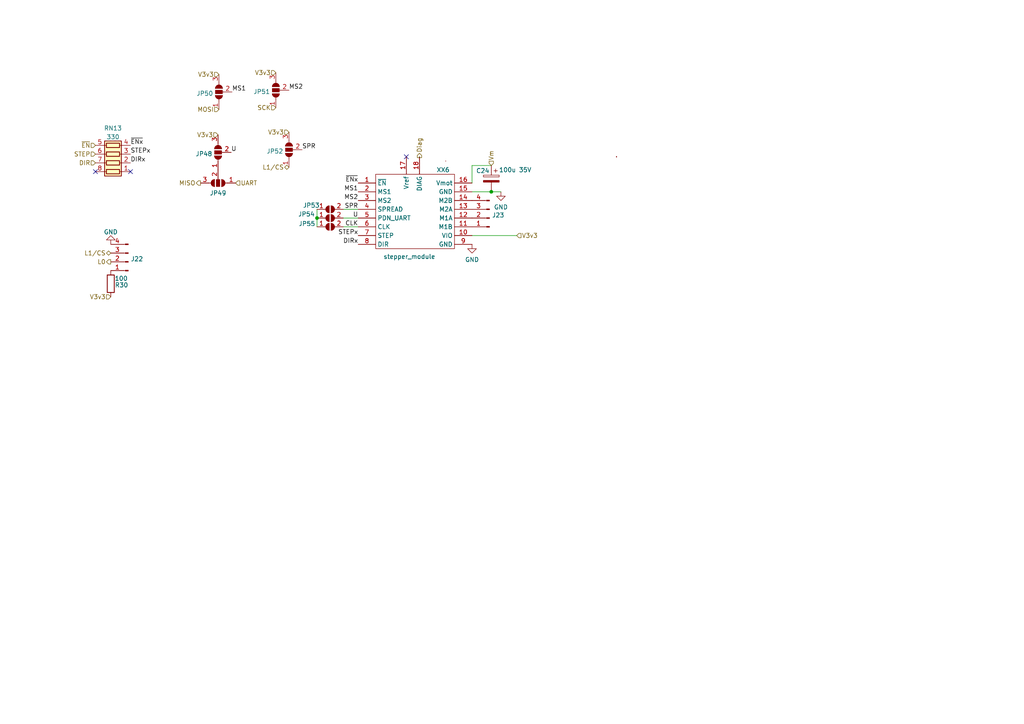
<source format=kicad_sch>
(kicad_sch (version 20250114) (generator "eeschema") (generator_version "9.0")
  (paper "A4")
  (lib_symbols
    (symbol "Connector:Conn_01x04_Male" (pin_names (offset 1.016) (hide yes))
      (property "Reference" "J" (at 0 5.08 0))
      (property "Value" "Conn_01x04_Male" (at 0 -7.62 0))
      (symbol "Conn_01x04_Male_1_1"
        (rectangle (start 0.8636 2.667) (end 0 2.413) (stroke (width 0.1524)) (fill (type outline)))
        (rectangle (start 0.8636 0.127) (end 0 -0.127) (stroke (width 0.1524)) (fill (type outline)))
        (rectangle (start 0.8636 -2.413) (end 0 -2.667) (stroke (width 0.1524)) (fill (type outline)))
        (rectangle (start 0.8636 -4.953) (end 0 -5.207) (stroke (width 0.1524)) (fill (type outline)))
        (polyline (pts (xy 1.27 2.54) (xy 0.8636 2.54)) (stroke (width 0.1524)))
        (polyline (pts (xy 1.27 0) (xy 0.8636 0)) (stroke (width 0.1524)))
        (polyline (pts (xy 1.27 -2.54) (xy 0.8636 -2.54)) (stroke (width 0.1524)))
        (polyline (pts (xy 1.27 -5.08) (xy 0.8636 -5.08)) (stroke (width 0.1524)))
        (pin passive line (at 5.08 2.54 180) (length 3.81) (name "Pin_1") (number "1"))
        (pin passive line (at 5.08 0 180) (length 3.81) (name "Pin_2") (number "2"))
        (pin passive line (at 5.08 -2.54 180) (length 3.81) (name "Pin_3") (number "3"))
        (pin passive line (at 5.08 -5.08 180) (length 3.81) (name "Pin_4") (number "4"))
      )
    )
    (symbol "Device:C_Polarized" (pin_numbers (hide yes)) (pin_names (offset 0.254))
      (property "Reference" "C" (at 0.635 2.54 0))
      (property "Value" "C_Polarized" (at 0.635 -2.54 0))
      (symbol "C_Polarized_0_1"
        (rectangle (start -2.286 0.508) (end 2.286 1.016))
        (polyline (pts (xy -1.778 2.286) (xy -0.762 2.286)))
        (polyline (pts (xy -1.27 2.794) (xy -1.27 1.778)))
        (rectangle (start 2.286 -0.508) (end -2.286 -1.016) (fill (type outline)))
      )
      (symbol "C_Polarized_1_1"
        (pin passive line (at 0 3.81 270) (length 2.794) (name "~") (number "1"))
        (pin passive line (at 0 -3.81 90) (length 2.794) (name "~") (number "2"))
      )
    )
    (symbol "Device:R" (pin_numbers (hide yes)) (pin_names (offset 0))
      (property "Reference" "R" (at 2.032 0 90))
      (property "Value" "R" (at 0 0 90))
      (symbol "R_0_1"
        (rectangle (start -1.016 -2.54) (end 1.016 2.54) (stroke (width 0.254)))
      )
      (symbol "R_1_1"
        (pin passive line (at 0 3.81 270) (length 1.27) (name "~") (number "1"))
        (pin passive line (at 0 -3.81 90) (length 1.27) (name "~") (number "2"))
      )
    )
    (symbol "Device:R_Pack04" (pin_names (offset 0) (hide yes))
      (property "Reference" "RN" (at -7.62 0 90))
      (property "Value" "R_Pack04" (at 5.08 0 90))
      (symbol "R_Pack04_0_1"
        (rectangle (start -6.35 -2.413) (end 3.81 2.413) (stroke (width 0.254)) (fill (type background)))
        (rectangle (start -5.715 1.905) (end -4.445 -1.905) (stroke (width 0.254)))
        (polyline (pts (xy -5.08 1.905) (xy -5.08 2.54)))
        (polyline (pts (xy -5.08 -2.54) (xy -5.08 -1.905)))
        (rectangle (start -3.175 1.905) (end -1.905 -1.905) (stroke (width 0.254)))
        (polyline (pts (xy -2.54 1.905) (xy -2.54 2.54)))
        (polyline (pts (xy -2.54 -2.54) (xy -2.54 -1.905)))
        (rectangle (start -0.635 1.905) (end 0.635 -1.905) (stroke (width 0.254)))
        (polyline (pts (xy 0 1.905) (xy 0 2.54)))
        (polyline (pts (xy 0 -2.54) (xy 0 -1.905)))
        (rectangle (start 1.905 1.905) (end 3.175 -1.905) (stroke (width 0.254)))
        (polyline (pts (xy 2.54 1.905) (xy 2.54 2.54)))
        (polyline (pts (xy 2.54 -2.54) (xy 2.54 -1.905)))
      )
      (symbol "R_Pack04_1_1"
        (pin passive line (at -5.08 5.08 270) (length 2.54) (name "R1.2") (number "8"))
        (pin passive line (at -5.08 -5.08 90) (length 2.54) (name "R1.1") (number "1"))
        (pin passive line (at -2.54 5.08 270) (length 2.54) (name "R2.2") (number "7"))
        (pin passive line (at -2.54 -5.08 90) (length 2.54) (name "R2.1") (number "2"))
        (pin passive line (at 0 5.08 270) (length 2.54) (name "R3.2") (number "6"))
        (pin passive line (at 0 -5.08 90) (length 2.54) (name "R3.1") (number "3"))
        (pin passive line (at 2.54 5.08 270) (length 2.54) (name "R4.2") (number "5"))
        (pin passive line (at 2.54 -5.08 90) (length 2.54) (name "R4.1") (number "4"))
      )
    )
    (symbol "Jumper:SolderJumper_2_Open" (pin_names (offset 0) (hide yes))
      (property "Reference" "JP" (at 0 2.032 0))
      (property "Value" "SolderJumper_2_Open" (at 0 -2.54 0))
      (symbol "SolderJumper_2_Open_0_1"
        (polyline (pts (xy -0.254 1.016) (xy -0.254 -1.016)))
        (arc (start -0.254 -1.016) (mid -1.2656 0) (end -0.254 1.016))
        (arc (start -0.254 -1.016) (mid -1.2656 0) (end -0.254 1.016) (fill (type outline)))
        (arc (start 0.254 1.016) (mid 1.2656 0) (end 0.254 -1.016))
        (arc (start 0.254 1.016) (mid 1.2656 0) (end 0.254 -1.016) (fill (type outline)))
        (polyline (pts (xy 0.254 1.016) (xy 0.254 -1.016)))
      )
      (symbol "SolderJumper_2_Open_1_1"
        (pin passive line (at -3.81 0 0) (length 2.54) (name "A") (number "1"))
        (pin passive line (at 3.81 0 180) (length 2.54) (name "B") (number "2"))
      )
    )
    (symbol "Jumper:SolderJumper_3_Open" (pin_names (offset 0) (hide yes))
      (property "Reference" "JP" (at -2.54 -2.54 0))
      (property "Value" "SolderJumper_3_Open" (at 0 2.794 0))
      (symbol "SolderJumper_3_Open_0_1"
        (polyline (pts (xy -2.54 0) (xy -2.032 0)))
        (polyline (pts (xy -1.016 1.016) (xy -1.016 -1.016)))
        (arc (start -1.016 -1.016) (mid -2.0276 0) (end -1.016 1.016))
        (arc (start -1.016 -1.016) (mid -2.0276 0) (end -1.016 1.016) (fill (type outline)))
        (rectangle (start -0.508 1.016) (end 0.508 -1.016) (fill (type outline)))
        (polyline (pts (xy 0 -1.27) (xy 0 -1.016)))
        (arc (start 1.016 1.016) (mid 2.0276 0) (end 1.016 -1.016))
        (arc (start 1.016 1.016) (mid 2.0276 0) (end 1.016 -1.016) (fill (type outline)))
        (polyline (pts (xy 1.016 1.016) (xy 1.016 -1.016)))
        (polyline (pts (xy 2.54 0) (xy 2.032 0)))
      )
      (symbol "SolderJumper_3_Open_1_1"
        (pin passive line (at -5.08 0 0) (length 2.54) (name "A") (number "1"))
        (pin passive line (at 0 -3.81 90) (length 2.54) (name "C") (number "2"))
        (pin passive line (at 5.08 0 180) (length 2.54) (name "B") (number "3"))
      )
    )
    (symbol "power:GND" (power) (pin_names (offset 0))
      (property "Value" "GND" (at 0 -3.81 0))
      (symbol "GND_0_1"
        (polyline (pts (xy 0 0) (xy 0 -1.27) (xy 1.27 -1.27) (xy 0 -2.54) (xy -1.27 -1.27) (xy 0 -1.27)))
      )
      (symbol "GND_1_1"
        (pin power_in line (at 0 0 270) (length 0) (hide yes) (name "GND") (number "1"))
      )
    )
    (symbol "stepper_module:stepper_module"
      (property "Reference" "PH" (at 5.08 13.97 0))
      (property "Value" "stepper_module" (at 0 -11.43 0))
      (symbol "stepper_module_0_1"
        (polyline (pts (xy 8.89 15.24) (xy 8.89 15.24)) (stroke (width 0.1524)))
        (rectangle (start 8.89 15.24) (end 8.89 15.24) (stroke (width 0.1524)))
        (rectangle (start 8.89 15.24) (end 8.89 15.24) (stroke (width 0.1524)))
        (rectangle (start 8.89 15.24) (end 8.89 15.24) (stroke (width 0.1524)))
        (rectangle (start 8.89 15.24) (end 8.89 15.24) (stroke (width 0.1524)))
        (rectangle (start 8.89 15.24) (end 8.89 15.24) (stroke (width 0.1524)))
        (rectangle (start 8.89 15.24) (end 8.89 15.24) (stroke (width 0.1524)))
        (rectangle (start 8.89 15.24) (end 8.89 15.24) (stroke (width 0.1524)))
        (rectangle (start 8.89 15.24) (end 8.89 15.24) (stroke (width 0.1524)))
        (rectangle (start 8.89 15.24) (end 8.89 15.24) (stroke (width 0.1524)))
        (rectangle (start 11.43 -10.16) (end -11.43 11.43) (stroke (width 0.1524)))
        (arc (start 58.42 16.51) (mid 58.42 16.51) (end 58.42 16.51) (stroke (width 0.1524)))
        (circle (center 58.42 16.51) (radius 0.0001) (stroke (width 0.1524)))
        (circle (center 58.42 16.51) (radius 0.0001) (stroke (width 0.1524)))
      )
      (symbol "stepper_module_1_1"
        (pin passive line (at -16.51 8.89 0) (length 5.08) (name "~{EN}") (number "1"))
        (pin passive line (at -16.51 6.35 0) (length 5.08) (name "MS1") (number "2"))
        (pin passive line (at -16.51 3.81 0) (length 5.08) (name "MS2") (number "3"))
        (pin passive line (at -16.51 1.27 0) (length 5.08) (name "SPREAD") (number "4"))
        (pin passive line (at -16.51 -1.27 0) (length 5.08) (name "PDN_UART") (number "5"))
        (pin passive line (at -16.51 -3.81 0) (length 5.08) (name "CLK") (number "6"))
        (pin passive line (at -16.51 -6.35 0) (length 5.08) (name "STEP") (number "7"))
        (pin passive line (at -16.51 -8.89 0) (length 5.08) (name "DIR") (number "8"))
        (pin passive line (at -2.54 16.51 270) (length 5.08) (name "Vref") (number "17"))
        (pin passive line (at 1.27 16.51 270) (length 5.08) (name "DIAG") (number "18"))
        (pin passive line (at 16.51 8.89 180) (length 5.08) (name "Vmot") (number "16"))
        (pin passive line (at 16.51 6.35 180) (length 5.08) (name "GND") (number "15"))
        (pin passive line (at 16.51 3.81 180) (length 5.08) (name "M2B") (number "14"))
        (pin passive line (at 16.51 1.27 180) (length 5.08) (name "M2A") (number "13"))
        (pin passive line (at 16.51 -1.27 180) (length 5.08) (name "M1A") (number "12"))
        (pin passive line (at 16.51 -3.81 180) (length 5.08) (name "M1B") (number "11"))
        (pin passive line (at 16.51 -6.35 180) (length 5.08) (name "VIO") (number "10"))
        (pin passive line (at 16.51 -8.89 180) (length 5.08) (name "GND") (number "9"))
      )
    )
  )
  (junction (at 142.494 55.626))
  (junction (at 91.948 63.246))
  (no_connect (at 117.856 45.466))
  (no_connect (at 37.846 49.784))
  (no_connect (at 27.686 49.784))
  (wire (pts (xy 136.906 53.086) (xy 136.906 48.006)))
  (wire (pts (xy 136.906 48.006) (xy 142.494 48.006)))
  (wire (pts (xy 142.494 55.626) (xy 145.288 55.626)))
  (wire (pts (xy 99.568 63.246) (xy 103.886 63.246)))
  (wire (pts (xy 91.948 63.246) (xy 91.948 65.786)))
  (wire (pts (xy 136.906 68.326) (xy 149.86 68.326)))
  (wire (pts (xy 99.568 60.706) (xy 103.886 60.706)))
  (wire (pts (xy 136.906 55.626) (xy 142.494 55.626)))
  (wire (pts (xy 91.948 60.706) (xy 91.948 63.246)))
  (wire (pts (xy 121.666 45.72) (xy 121.666 45.466)))
  (wire (pts (xy 99.568 65.786) (xy 103.886 65.786)))
  (label "MS1" (at 67.31 26.67 0))
  (label "MS1" (at 103.886 55.626 180))
  (label "STEPx" (at 103.886 68.326 180))
  (label "~{ENx}" (at 37.846 42.164 0))
  (label "MS2" (at 83.82 26.162 0))
  (label "U" (at 103.886 63.246 180))
  (label "SPR" (at 103.886 60.706 180))
  (label "~{ENx}" (at 103.886 53.086 180))
  (label "U" (at 67.056 44.196 0))
  (label "DIRx" (at 37.846 47.244 0))
  (label "STEPx" (at 37.846 44.704 0))
  (label "MS2" (at 103.886 58.166 180))
  (label "SPR" (at 87.63 43.434 0))
  (label "CLK" (at 103.886 65.786 180))
  (label "DIRx" (at 103.886 70.866 180))
  (hierarchical_label "L0" (shape output) (at 32.131 75.946 180))
  (hierarchical_label "V3v3" (shape input) (at 63.5 21.59 180))
  (hierarchical_label "L1{slash}CS" (shape bidirectional) (at 32.131 73.406 180))
  (hierarchical_label "V3v3" (shape input) (at 80.01 21.082 180))
  (hierarchical_label "V3v3" (shape input) (at 149.86 68.326 0))
  (hierarchical_label "STEP" (shape input) (at 27.686 44.704 180))
  (hierarchical_label "SCK" (shape input) (at 80.01 31.242 180))
  (hierarchical_label "DIR" (shape input) (at 27.686 47.244 180))
  (hierarchical_label "UART" (shape input) (at 68.326 53.086 0))
  (hierarchical_label "MOSI" (shape input) (at 63.5 31.75 180))
  (hierarchical_label "L1{slash}CS" (shape bidirectional) (at 83.82 48.514 180))
  (hierarchical_label "Vm" (shape input) (at 142.494 48.006 90))
  (hierarchical_label "Diag" (shape output) (at 121.666 45.72 90))
  (hierarchical_label "V3v3" (shape input) (at 63.246 39.116 180))
  (hierarchical_label "V3v3" (shape input) (at 83.82 38.354 180))
  (hierarchical_label "MISO" (shape output) (at 58.166 53.086 180))
  (hierarchical_label "V3v3" (shape input) (at 32.131 86.106 180))
  (hierarchical_label "~{EN}" (shape input) (at 27.686 42.164 180))
  (symbol (lib_id "Device:C_Polarized") (at 142.494 51.816 0) (mirror y) (unit 1)
    (property "Reference" "C19" (at 141.986 49.53 0) (effects (justify left)))
    (property "Value" "100u 35V" (at 154.178 49.276 0) (effects (justify left)))
    (property "Footprint" "Capacitor_THT:CP_Radial_D8.0mm_P3.50mm" (effects (hide yes)))
    (instances (project "multistepper" (path "" (reference "C24") (unit 1)) (path "" (reference "C19") (unit 1)) (path "" (reference "C26") (unit 1)) (path "" (reference "C25") (unit 1)) (path "" (reference "C22") (unit 1)) (path "" (reference "C20") (unit 1)) (path "" (reference "C21") (unit 1)) (path "" (reference "C23") (unit 1))))
  )
  (symbol (lib_id "Connector:Conn_01x04_Male") (at 37.211 75.946 180) (unit 1)
    (property "Reference" "J11" (at 37.9222 75.1098 0) (effects (justify right)))
    (property "Value" "LimS" (effects (hide yes)))
    (property "Footprint" "Connector_JST:JST_PH_B4B-PH-K_1x04_P2.00mm_Vertical" (effects (hide yes)))
    (instances (project "multistepper" (path "" (reference "J22") (unit 1)) (path "" (reference "J11") (unit 1)) (path "" (reference "J26") (unit 1)) (path "" (reference "J24") (unit 1)) (path "" (reference "J18") (unit 1)) (path "" (reference "J14") (unit 1)) (path "" (reference "J16") (unit 1)) (path "" (reference "J20") (unit 1))))
  )
  (symbol (lib_id "power:GND") (at 136.906 70.866 0) (unit 1)
    (property "Reference" "#PWR040" (effects (hide yes)))
    (property "Value" "GND" (at 136.906 75.3094 0))
    (instances (project "multistepper" (path "" (reference "#PWR053") (unit 1)) (path "" (reference "#PWR040") (unit 1)) (path "" (reference "#PWR059") (unit 1)) (path "" (reference "#PWR056") (unit 1)) (path "" (reference "#PWR047") (unit 1)) (path "" (reference "#PWR09") (unit 1)) (path "" (reference "#PWR044") (unit 1)) (path "" (reference "#PWR050") (unit 1))))
  )
  (symbol (lib_id "Device:R") (at 32.131 82.296 180) (unit 1)
    (property "Reference" "R23" (at 37.211 82.677 0) (effects (justify left)))
    (property "Value" "100" (at 37.084 80.772 0) (effects (justify left)))
    (property "Footprint" "Resistor_SMD:R_0603_1608Metric_Pad0.98x0.95mm_HandSolder" (effects (hide yes)))
    (instances (project "multistepper" (path "" (reference "R30") (unit 1)) (path "" (reference "R23") (unit 1)) (path "" (reference "R32") (unit 1)) (path "" (reference "R31") (unit 1)) (path "" (reference "R28") (unit 1)) (path "" (reference "R26") (unit 1)) (path "" (reference "R27") (unit 1)) (path "" (reference "R29") (unit 1))))
  )
  (symbol (lib_id "Jumper:SolderJumper_2_Open") (at 95.758 65.786 0) (unit 1)
    (property "Reference" "JP15" (at 89.027 64.897 0))
    (property "Value" "SolderJumper_2_Bridged" (effects (hide yes)))
    (property "Footprint" "Jumper:SolderJumper-2_P1.3mm_Open_TrianglePad1.0x1.5mm" (effects (hide yes)))
    (instances (project "multistepper" (path "" (reference "JP55") (unit 1)) (path "" (reference "JP15") (unit 1)) (path "" (reference "JP71") (unit 1)) (path "" (reference "JP63") (unit 1)) (path "" (reference "JP39") (unit 1)) (path "" (reference "JP23") (unit 1)) (path "" (reference "JP31") (unit 1)) (path "" (reference "JP47") (unit 1))))
  )
  (symbol (lib_id "Jumper:SolderJumper_2_Open") (at 95.758 63.246 0) (unit 1)
    (property "Reference" "JP14" (at 88.9 62.103 0))
    (property "Value" "SolderJumper_2_Bridged" (effects (hide yes)))
    (property "Footprint" "Jumper:SolderJumper-2_P1.3mm_Open_TrianglePad1.0x1.5mm" (effects (hide yes)))
    (instances (project "multistepper" (path "" (reference "JP54") (unit 1)) (path "" (reference "JP14") (unit 1)) (path "" (reference "JP70") (unit 1)) (path "" (reference "JP62") (unit 1)) (path "" (reference "JP38") (unit 1)) (path "" (reference "JP22") (unit 1)) (path "" (reference "JP30") (unit 1)) (path "" (reference "JP46") (unit 1))))
  )
  (symbol (lib_id "stepper_module:stepper_module") (at 120.396 61.976 0) (unit 1)
    (property "Reference" "XX1" (at 128.524 49.276 0))
    (property "Value" "stepper_module" (at 118.745 74.422 0))
    (property "Footprint" "stepper:stepper_module" (effects (hide yes)))
    (instances (project "multistepper" (path "" (reference "XX6") (unit 1)) (path "" (reference "XX1") (unit 1)) (path "" (reference "XX8") (unit 1)) (path "" (reference "XX7") (unit 1)) (path "" (reference "XX4") (unit 1)) (path "" (reference "XX2") (unit 1)) (path "" (reference "XX3") (unit 1)) (path "" (reference "XX5") (unit 1))))
  )
  (symbol (lib_id "Jumper:SolderJumper_2_Open") (at 95.758 60.706 0) (unit 1)
    (property "Reference" "JP13" (at 90.297 59.563 0))
    (property "Value" "SolderJumper_2_Bridged" (effects (hide yes)))
    (property "Footprint" "Jumper:SolderJumper-2_P1.3mm_Open_TrianglePad1.0x1.5mm" (effects (hide yes)))
    (instances (project "multistepper" (path "" (reference "JP53") (unit 1)) (path "" (reference "JP13") (unit 1)) (path "" (reference "JP69") (unit 1)) (path "" (reference "JP61") (unit 1)) (path "" (reference "JP37") (unit 1)) (path "" (reference "JP21") (unit 1)) (path "" (reference "JP29") (unit 1)) (path "" (reference "JP45") (unit 1))))
  )
  (symbol (lib_id "Device:R_Pack04") (at 32.766 44.704 90) (unit 1)
    (property "Reference" "RN8" (at 32.766 37.1942 90))
    (property "Value" "330" (at 32.766 39.7311 90))
    (property "Footprint" "Resistor_SMD:R_Array_Convex_4x0603" (effects (hide yes)))
    (instances (project "multistepper" (path "" (reference "RN13") (unit 1)) (path "" (reference "RN8") (unit 1)) (path "" (reference "RN15") (unit 1)) (path "" (reference "RN14") (unit 1)) (path "" (reference "RN11") (unit 1)) (path "" (reference "RN9") (unit 1)) (path "" (reference "RN10") (unit 1)) (path "" (reference "RN12") (unit 1))))
  )
  (symbol (lib_id "Jumper:SolderJumper_3_Open") (at 63.246 53.086 180) (unit 1)
    (property "Reference" "JP9" (at 63.246 56.0054 0))
    (property "Value" "SolderJumper_3_Open" (effects (hide yes)))
    (property "Footprint" "Jumper:SolderJumper-3_P2.0mm_Open_TrianglePad1.0x1.5mm" (effects (hide yes)))
    (instances (project "multistepper" (path "" (reference "JP49") (unit 1)) (path "" (reference "JP9") (unit 1)) (path "" (reference "JP65") (unit 1)) (path "" (reference "JP57") (unit 1)) (path "" (reference "JP33") (unit 1)) (path "" (reference "JP17") (unit 1)) (path "" (reference "JP25") (unit 1)) (path "" (reference "JP41") (unit 1))))
  )
  (symbol (lib_id "Jumper:SolderJumper_3_Open") (at 80.01 26.162 90) (unit 1)
    (property "Reference" "JP11" (at 78.359 26.5958 90) (effects (justify left)))
    (property "Value" "SolderJumper_3_Open" (effects (hide yes)))
    (property "Footprint" "Jumper:SolderJumper-3_P2.0mm_Open_TrianglePad1.0x1.5mm" (effects (hide yes)))
    (instances (project "multistepper" (path "" (reference "JP51") (unit 1)) (path "" (reference "JP11") (unit 1)) (path "" (reference "JP67") (unit 1)) (path "" (reference "JP59") (unit 1)) (path "" (reference "JP35") (unit 1)) (path "" (reference "JP19") (unit 1)) (path "" (reference "JP27") (unit 1)) (path "" (reference "JP43") (unit 1))))
  )
  (symbol (lib_id "Jumper:SolderJumper_3_Open") (at 63.5 26.67 90) (unit 1)
    (property "Reference" "JP10" (at 61.849 27.1038 90) (effects (justify left)))
    (property "Value" "SolderJumper_3_Open" (effects (hide yes)))
    (property "Footprint" "Jumper:SolderJumper-3_P2.0mm_Open_TrianglePad1.0x1.5mm" (effects (hide yes)))
    (instances (project "multistepper" (path "" (reference "JP50") (unit 1)) (path "" (reference "JP10") (unit 1)) (path "" (reference "JP66") (unit 1)) (path "" (reference "JP58") (unit 1)) (path "" (reference "JP34") (unit 1)) (path "" (reference "JP18") (unit 1)) (path "" (reference "JP26") (unit 1)) (path "" (reference "JP42") (unit 1))))
  )
  (symbol (lib_id "Jumper:SolderJumper_3_Open") (at 83.82 43.434 90) (unit 1)
    (property "Reference" "JP12" (at 82.169 43.8678 90) (effects (justify left)))
    (property "Value" "SolderJumper_3_Open" (effects (hide yes)))
    (property "Footprint" "Jumper:SolderJumper-3_P2.0mm_Open_TrianglePad1.0x1.5mm" (effects (hide yes)))
    (instances (project "multistepper" (path "" (reference "JP52") (unit 1)) (path "" (reference "JP12") (unit 1)) (path "" (reference "JP68") (unit 1)) (path "" (reference "JP60") (unit 1)) (path "" (reference "JP36") (unit 1)) (path "" (reference "JP20") (unit 1)) (path "" (reference "JP28") (unit 1)) (path "" (reference "JP44") (unit 1))))
  )
  (symbol (lib_id "power:GND") (at 32.131 70.866 180) (unit 1)
    (property "Reference" "#PWR039" (effects (hide yes)))
    (property "Value" "GND" (at 32.131 67.2902 0))
    (instances (project "multistepper" (path "" (reference "#PWR052") (unit 1)) (path "" (reference "#PWR039") (unit 1)) (path "" (reference "#PWR058") (unit 1)) (path "" (reference "#PWR055") (unit 1)) (path "" (reference "#PWR046") (unit 1)) (path "" (reference "#PWR04") (unit 1)) (path "" (reference "#PWR043") (unit 1)) (path "" (reference "#PWR049") (unit 1))))
  )
  (symbol (lib_id "Connector:Conn_01x04_Male") (at 141.986 63.246 180) (unit 1)
    (property "Reference" "J12" (at 142.6972 62.4098 0) (effects (justify right)))
    (property "Value" "Stepper" (effects (hide yes)))
    (property "Footprint" "Connector_JST:JST_EH_B4B-EH-A_1x04_P2.50mm_Vertical" (effects (hide yes)))
    (instances (project "multistepper" (path "" (reference "J23") (unit 1)) (path "" (reference "J12") (unit 1)) (path "" (reference "J27") (unit 1)) (path "" (reference "J25") (unit 1)) (path "" (reference "J19") (unit 1)) (path "" (reference "J15") (unit 1)) (path "" (reference "J17") (unit 1)) (path "" (reference "J21") (unit 1))))
  )
  (symbol (lib_id "Jumper:SolderJumper_3_Open") (at 63.246 44.196 90) (unit 1)
    (property "Reference" "JP8" (at 61.595 44.6298 90) (effects (justify left)))
    (property "Value" "SolderJumper_3_Open" (effects (hide yes)))
    (property "Footprint" "Jumper:SolderJumper-3_P2.0mm_Open_TrianglePad1.0x1.5mm" (effects (hide yes)))
    (instances (project "multistepper" (path "" (reference "JP48") (unit 1)) (path "" (reference "JP8") (unit 1)) (path "" (reference "JP64") (unit 1)) (path "" (reference "JP56") (unit 1)) (path "" (reference "JP32") (unit 1)) (path "" (reference "JP16") (unit 1)) (path "" (reference "JP24") (unit 1)) (path "" (reference "JP40") (unit 1))))
  )
  (symbol (lib_id "power:GND") (at 145.288 55.626 0) (unit 1)
    (property "Reference" "#PWR041" (effects (hide yes)))
    (property "Value" "GND" (at 145.288 60.0694 0))
    (instances (project "multistepper" (path "" (reference "#PWR054") (unit 1)) (path "" (reference "#PWR041") (unit 1)) (path "" (reference "#PWR060") (unit 1)) (path "" (reference "#PWR057") (unit 1)) (path "" (reference "#PWR048") (unit 1)) (path "" (reference "#PWR010") (unit 1)) (path "" (reference "#PWR045") (unit 1)) (path "" (reference "#PWR051") (unit 1))))
  )
)
</source>
